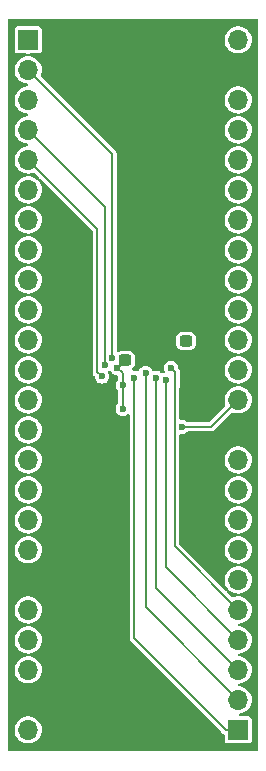
<source format=gbr>
%TF.GenerationSoftware,KiCad,Pcbnew,8.0.7*%
%TF.CreationDate,2025-02-16T23:10:18-06:00*%
%TF.ProjectId,MCU,4d43552e-6b69-4636-9164-5f7063625858,rev?*%
%TF.SameCoordinates,Original*%
%TF.FileFunction,Copper,L2,Bot*%
%TF.FilePolarity,Positive*%
%FSLAX46Y46*%
G04 Gerber Fmt 4.6, Leading zero omitted, Abs format (unit mm)*
G04 Created by KiCad (PCBNEW 8.0.7) date 2025-02-16 23:10:18*
%MOMM*%
%LPD*%
G01*
G04 APERTURE LIST*
G04 Aperture macros list*
%AMRoundRect*
0 Rectangle with rounded corners*
0 $1 Rounding radius*
0 $2 $3 $4 $5 $6 $7 $8 $9 X,Y pos of 4 corners*
0 Add a 4 corners polygon primitive as box body*
4,1,4,$2,$3,$4,$5,$6,$7,$8,$9,$2,$3,0*
0 Add four circle primitives for the rounded corners*
1,1,$1+$1,$2,$3*
1,1,$1+$1,$4,$5*
1,1,$1+$1,$6,$7*
1,1,$1+$1,$8,$9*
0 Add four rect primitives between the rounded corners*
20,1,$1+$1,$2,$3,$4,$5,0*
20,1,$1+$1,$4,$5,$6,$7,0*
20,1,$1+$1,$6,$7,$8,$9,0*
20,1,$1+$1,$8,$9,$2,$3,0*%
G04 Aperture macros list end*
%TA.AperFunction,SMDPad,CuDef*%
%ADD10RoundRect,0.237500X0.300000X0.237500X-0.300000X0.237500X-0.300000X-0.237500X0.300000X-0.237500X0*%
%TD*%
%TA.AperFunction,SMDPad,CuDef*%
%ADD11RoundRect,0.237500X-0.300000X-0.237500X0.300000X-0.237500X0.300000X0.237500X-0.300000X0.237500X0*%
%TD*%
%TA.AperFunction,ComponentPad*%
%ADD12R,1.700000X1.700000*%
%TD*%
%TA.AperFunction,ComponentPad*%
%ADD13O,1.700000X1.700000*%
%TD*%
%TA.AperFunction,ViaPad*%
%ADD14C,0.600000*%
%TD*%
%TA.AperFunction,Conductor*%
%ADD15C,0.200000*%
%TD*%
G04 APERTURE END LIST*
D10*
%TO.P,C2,1*%
%TO.N,VDD*%
X143362500Y-75500000D03*
%TO.P,C2,2*%
%TO.N,GND*%
X141637500Y-75500000D03*
%TD*%
D11*
%TO.P,C1,1*%
%TO.N,VDD*%
X138182445Y-77122811D03*
%TO.P,C1,2*%
%TO.N,GND*%
X139907445Y-77122811D03*
%TD*%
D12*
%TO.P,J2,1,Pin_1*%
%TO.N,/25*%
X147780000Y-108420000D03*
D13*
%TO.P,J2,2,Pin_2*%
%TO.N,/26*%
X147780000Y-105880000D03*
%TO.P,J2,3,Pin_3*%
%TO.N,/27*%
X147780000Y-103340000D03*
%TO.P,J2,4,Pin_4*%
%TO.N,/28*%
X147780000Y-100800000D03*
%TO.P,J2,5,Pin_5*%
%TO.N,/29*%
X147780000Y-98260000D03*
%TO.P,J2,6,Pin_6*%
%TO.N,/30*%
X147780000Y-95720000D03*
%TO.P,J2,7,Pin_7*%
%TO.N,/31*%
X147780000Y-93180000D03*
%TO.P,J2,8,Pin_8*%
%TO.N,/32*%
X147780000Y-90640000D03*
%TO.P,J2,9,Pin_9*%
%TO.N,/33*%
X147780000Y-88100000D03*
%TO.P,J2,10,Pin_10*%
%TO.N,/34*%
X147780000Y-85560000D03*
%TO.P,J2,11,Pin_11*%
%TO.N,GND*%
X147780000Y-83020000D03*
%TO.P,J2,12,Pin_12*%
%TO.N,VDD*%
X147780000Y-80480000D03*
%TO.P,J2,13,Pin_13*%
%TO.N,/37*%
X147780000Y-77940000D03*
%TO.P,J2,14,Pin_14*%
%TO.N,/38*%
X147780000Y-75400000D03*
%TO.P,J2,15,Pin_15*%
%TO.N,/39*%
X147780000Y-72860000D03*
%TO.P,J2,16,Pin_16*%
%TO.N,/40*%
X147780000Y-70320000D03*
%TO.P,J2,17,Pin_17*%
%TO.N,/41*%
X147780000Y-67780000D03*
%TO.P,J2,18,Pin_18*%
%TO.N,/42*%
X147780000Y-65240000D03*
%TO.P,J2,19,Pin_19*%
%TO.N,/43*%
X147780000Y-62700000D03*
%TO.P,J2,20,Pin_20*%
%TO.N,/44*%
X147780000Y-60160000D03*
%TO.P,J2,21,Pin_21*%
%TO.N,/45*%
X147780000Y-57620000D03*
%TO.P,J2,22,Pin_22*%
%TO.N,/46*%
X147780000Y-55080000D03*
%TO.P,J2,23,Pin_23*%
%TO.N,GND*%
X147780000Y-52540000D03*
%TO.P,J2,24,Pin_24*%
%TO.N,VDD*%
X147780000Y-50000000D03*
%TD*%
D12*
%TO.P,J1,1,Pin_1*%
%TO.N,VDD*%
X130000000Y-50000000D03*
D13*
%TO.P,J1,2,Pin_2*%
%TO.N,/2*%
X130000000Y-52540000D03*
%TO.P,J1,3,Pin_3*%
%TO.N,/3*%
X130000000Y-55080000D03*
%TO.P,J1,4,Pin_4*%
%TO.N,/4*%
X130000000Y-57620000D03*
%TO.P,J1,5,Pin_5*%
%TO.N,/5*%
X130000000Y-60160000D03*
%TO.P,J1,6,Pin_6*%
%TO.N,/6*%
X130000000Y-62700000D03*
%TO.P,J1,7,Pin_7*%
%TO.N,/7*%
X130000000Y-65240000D03*
%TO.P,J1,8,Pin_8*%
%TO.N,Net-(J1-Pin_8)*%
X130000000Y-67780000D03*
%TO.P,J1,9,Pin_9*%
%TO.N,Net-(J1-Pin_9)*%
X130000000Y-70320000D03*
%TO.P,J1,10,Pin_10*%
%TO.N,Net-(J1-Pin_10)*%
X130000000Y-72860000D03*
%TO.P,J1,11,Pin_11*%
%TO.N,Net-(J1-Pin_11)*%
X130000000Y-75400000D03*
%TO.P,J1,12,Pin_12*%
%TO.N,Net-(J1-Pin_12)*%
X130000000Y-77940000D03*
%TO.P,J1,13,Pin_13*%
%TO.N,Net-(J1-Pin_13)*%
X130000000Y-80480000D03*
%TO.P,J1,14,Pin_14*%
%TO.N,Net-(J1-Pin_14)*%
X130000000Y-83020000D03*
%TO.P,J1,15,Pin_15*%
%TO.N,Net-(J1-Pin_15)*%
X130000000Y-85560000D03*
%TO.P,J1,16,Pin_16*%
%TO.N,/16*%
X130000000Y-88100000D03*
%TO.P,J1,17,Pin_17*%
%TO.N,/17*%
X130000000Y-90640000D03*
%TO.P,J1,18,Pin_18*%
%TO.N,/18*%
X130000000Y-93180000D03*
%TO.P,J1,19,Pin_19*%
%TO.N,GND*%
X130000000Y-95720000D03*
%TO.P,J1,20,Pin_20*%
%TO.N,/20*%
X130000000Y-98260000D03*
%TO.P,J1,21,Pin_21*%
%TO.N,VDD*%
X130000000Y-100800000D03*
%TO.P,J1,22,Pin_22*%
%TO.N,/22*%
X130000000Y-103340000D03*
%TO.P,J1,23,Pin_23*%
%TO.N,GND*%
X130000000Y-105880000D03*
%TO.P,J1,24,Pin_24*%
%TO.N,VDD*%
X130000000Y-108420000D03*
%TD*%
D14*
%TO.N,GND*%
X139750000Y-77250000D03*
%TO.N,VDD*%
X143362500Y-75500000D03*
X137500000Y-77750000D03*
X138000000Y-81250000D03*
X138000000Y-79250000D03*
X143000000Y-82750000D03*
%TO.N,GND*%
X139000000Y-55500000D03*
X141750000Y-49750000D03*
X137000000Y-49750000D03*
X139500000Y-75750000D03*
X141626632Y-75558428D03*
X137250000Y-80750000D03*
X135500000Y-108750000D03*
X141750000Y-108750000D03*
X143750000Y-89250000D03*
X143750000Y-84250000D03*
%TO.N,/2*%
X137100000Y-76943617D03*
%TO.N,/4*%
X136500000Y-77500000D03*
%TO.N,/5*%
X136250000Y-78500000D03*
%TO.N,/25*%
X138992435Y-78600000D03*
%TO.N,/26*%
X139946700Y-78211774D03*
%TO.N,/27*%
X140853519Y-78609714D03*
%TO.N,/28*%
X141637500Y-78798406D03*
%TO.N,/29*%
X142087501Y-77784816D03*
%TD*%
D15*
%TO.N,/26*%
X139946700Y-98046700D02*
X139946700Y-78211774D01*
X147780000Y-105880000D02*
X139946700Y-98046700D01*
%TO.N,GND*%
X139862500Y-77250000D02*
X139750000Y-77250000D01*
%TO.N,VDD*%
X137500000Y-77750000D02*
X137637500Y-77750000D01*
X137637500Y-77750000D02*
X138137500Y-77250000D01*
%TO.N,/2*%
X137100000Y-59640000D02*
X137100000Y-76943617D01*
%TO.N,VDD*%
X138000000Y-78250000D02*
X137500000Y-77750000D01*
%TO.N,/2*%
X130000000Y-52540000D02*
X137100000Y-59640000D01*
%TO.N,VDD*%
X138000000Y-79250000D02*
X138000000Y-78250000D01*
%TO.N,/27*%
X147780000Y-103340000D02*
X140853519Y-96413519D01*
%TO.N,/25*%
X146730000Y-108420000D02*
X138992435Y-100682435D01*
X147780000Y-108420000D02*
X146730000Y-108420000D01*
%TO.N,/27*%
X140853519Y-96413519D02*
X140853519Y-78609714D01*
%TO.N,/28*%
X147780000Y-100800000D02*
X141637500Y-94657500D01*
%TO.N,/29*%
X142452824Y-79245647D02*
X142400000Y-79298471D01*
X142087501Y-77784816D02*
X142452824Y-78150139D01*
%TO.N,/28*%
X141637500Y-94657500D02*
X141637500Y-78798406D01*
%TO.N,/29*%
X142452824Y-78150139D02*
X142452824Y-79245647D01*
X142400000Y-79298471D02*
X142400000Y-92880000D01*
X142400000Y-92880000D02*
X147780000Y-98260000D01*
%TO.N,/25*%
X138992435Y-100682435D02*
X138992435Y-78600000D01*
%TO.N,VDD*%
X138000000Y-79250000D02*
X138000000Y-81250000D01*
X147780000Y-80480000D02*
X145510000Y-82750000D01*
X145510000Y-82750000D02*
X143000000Y-82750000D01*
%TO.N,/5*%
X135850000Y-66010000D02*
X130000000Y-60160000D01*
X135850000Y-78100000D02*
X135850000Y-66010000D01*
X136250000Y-78500000D02*
X135850000Y-78100000D01*
%TO.N,/4*%
X136500000Y-77500000D02*
X136500000Y-64120000D01*
X136500000Y-64120000D02*
X130000000Y-57620000D01*
%TD*%
%TA.AperFunction,Conductor*%
%TO.N,GND*%
G36*
X149442539Y-48270185D02*
G01*
X149488294Y-48322989D01*
X149499500Y-48374500D01*
X149499500Y-110125500D01*
X149479815Y-110192539D01*
X149427011Y-110238294D01*
X149375500Y-110249500D01*
X128374500Y-110249500D01*
X128307461Y-110229815D01*
X128261706Y-110177011D01*
X128250500Y-110125500D01*
X128250500Y-108419999D01*
X128844571Y-108419999D01*
X128844571Y-108420000D01*
X128864244Y-108632310D01*
X128922596Y-108837392D01*
X128922596Y-108837394D01*
X129017632Y-109028253D01*
X129017634Y-109028255D01*
X129146128Y-109198407D01*
X129303698Y-109342052D01*
X129484981Y-109454298D01*
X129683802Y-109531321D01*
X129893390Y-109570500D01*
X129893392Y-109570500D01*
X130106608Y-109570500D01*
X130106610Y-109570500D01*
X130316198Y-109531321D01*
X130515019Y-109454298D01*
X130696302Y-109342052D01*
X130853872Y-109198407D01*
X130982366Y-109028255D01*
X131077405Y-108837389D01*
X131135756Y-108632310D01*
X131155429Y-108420000D01*
X131135756Y-108207690D01*
X131077405Y-108002611D01*
X131077403Y-108002606D01*
X131077403Y-108002605D01*
X130982367Y-107811746D01*
X130853872Y-107641593D01*
X130782110Y-107576173D01*
X130696302Y-107497948D01*
X130515019Y-107385702D01*
X130515017Y-107385701D01*
X130415608Y-107347190D01*
X130316198Y-107308679D01*
X130106610Y-107269500D01*
X129893390Y-107269500D01*
X129683802Y-107308679D01*
X129683799Y-107308679D01*
X129683799Y-107308680D01*
X129484982Y-107385701D01*
X129484980Y-107385702D01*
X129303699Y-107497947D01*
X129146127Y-107641593D01*
X129017632Y-107811746D01*
X128922596Y-108002605D01*
X128922596Y-108002607D01*
X128864244Y-108207689D01*
X128844571Y-108419999D01*
X128250500Y-108419999D01*
X128250500Y-98259999D01*
X128844571Y-98259999D01*
X128844571Y-98260000D01*
X128864244Y-98472310D01*
X128922596Y-98677392D01*
X128922596Y-98677394D01*
X129017632Y-98868253D01*
X129017634Y-98868255D01*
X129146128Y-99038407D01*
X129303698Y-99182052D01*
X129484981Y-99294298D01*
X129683802Y-99371321D01*
X129880613Y-99408111D01*
X129942893Y-99439779D01*
X129978166Y-99500092D01*
X129975232Y-99569900D01*
X129935023Y-99627040D01*
X129880613Y-99651888D01*
X129683802Y-99688679D01*
X129683799Y-99688679D01*
X129683799Y-99688680D01*
X129484982Y-99765701D01*
X129484980Y-99765702D01*
X129303699Y-99877947D01*
X129146127Y-100021593D01*
X129017632Y-100191746D01*
X128922596Y-100382605D01*
X128922596Y-100382607D01*
X128864244Y-100587689D01*
X128844571Y-100799999D01*
X128844571Y-100800000D01*
X128864244Y-101012310D01*
X128922596Y-101217392D01*
X128922596Y-101217394D01*
X129017632Y-101408253D01*
X129017634Y-101408255D01*
X129146128Y-101578407D01*
X129303698Y-101722052D01*
X129484981Y-101834298D01*
X129683802Y-101911321D01*
X129880613Y-101948111D01*
X129942893Y-101979779D01*
X129978166Y-102040092D01*
X129975232Y-102109900D01*
X129935023Y-102167040D01*
X129880613Y-102191888D01*
X129683802Y-102228679D01*
X129683799Y-102228679D01*
X129683799Y-102228680D01*
X129484982Y-102305701D01*
X129484980Y-102305702D01*
X129303699Y-102417947D01*
X129146127Y-102561593D01*
X129017632Y-102731746D01*
X128922596Y-102922605D01*
X128922596Y-102922607D01*
X128864244Y-103127689D01*
X128844571Y-103339999D01*
X128844571Y-103340000D01*
X128864244Y-103552310D01*
X128922596Y-103757392D01*
X128922596Y-103757394D01*
X129017632Y-103948253D01*
X129017634Y-103948255D01*
X129146128Y-104118407D01*
X129303698Y-104262052D01*
X129484981Y-104374298D01*
X129683802Y-104451321D01*
X129893390Y-104490500D01*
X129893392Y-104490500D01*
X130106608Y-104490500D01*
X130106610Y-104490500D01*
X130316198Y-104451321D01*
X130515019Y-104374298D01*
X130696302Y-104262052D01*
X130853872Y-104118407D01*
X130982366Y-103948255D01*
X131077405Y-103757389D01*
X131135756Y-103552310D01*
X131155429Y-103340000D01*
X131135756Y-103127690D01*
X131077405Y-102922611D01*
X131077403Y-102922606D01*
X131077403Y-102922605D01*
X130982367Y-102731746D01*
X130853872Y-102561593D01*
X130696302Y-102417948D01*
X130515019Y-102305702D01*
X130515017Y-102305701D01*
X130336412Y-102236510D01*
X130316198Y-102228679D01*
X130119385Y-102191888D01*
X130057106Y-102160221D01*
X130021833Y-102099908D01*
X130024767Y-102030100D01*
X130064976Y-101972960D01*
X130119384Y-101948111D01*
X130316198Y-101911321D01*
X130515019Y-101834298D01*
X130696302Y-101722052D01*
X130853872Y-101578407D01*
X130982366Y-101408255D01*
X131077405Y-101217389D01*
X131135756Y-101012310D01*
X131155429Y-100800000D01*
X131135756Y-100587690D01*
X131077405Y-100382611D01*
X131077403Y-100382606D01*
X131077403Y-100382605D01*
X130982367Y-100191746D01*
X130853872Y-100021593D01*
X130696302Y-99877948D01*
X130515019Y-99765702D01*
X130515017Y-99765701D01*
X130336412Y-99696510D01*
X130316198Y-99688679D01*
X130119385Y-99651888D01*
X130057106Y-99620221D01*
X130021833Y-99559908D01*
X130024767Y-99490100D01*
X130064976Y-99432960D01*
X130119384Y-99408111D01*
X130316198Y-99371321D01*
X130515019Y-99294298D01*
X130696302Y-99182052D01*
X130853872Y-99038407D01*
X130982366Y-98868255D01*
X131077405Y-98677389D01*
X131135756Y-98472310D01*
X131155429Y-98260000D01*
X131135756Y-98047690D01*
X131077405Y-97842611D01*
X131077403Y-97842606D01*
X131077403Y-97842605D01*
X130982367Y-97651746D01*
X130853872Y-97481593D01*
X130696302Y-97337948D01*
X130515019Y-97225702D01*
X130515017Y-97225701D01*
X130336412Y-97156510D01*
X130316198Y-97148679D01*
X130106610Y-97109500D01*
X129893390Y-97109500D01*
X129683802Y-97148679D01*
X129683799Y-97148679D01*
X129683799Y-97148680D01*
X129484982Y-97225701D01*
X129484980Y-97225702D01*
X129303699Y-97337947D01*
X129146127Y-97481593D01*
X129017632Y-97651746D01*
X128922596Y-97842605D01*
X128922596Y-97842607D01*
X128864244Y-98047689D01*
X128844571Y-98259999D01*
X128250500Y-98259999D01*
X128250500Y-52539999D01*
X128844571Y-52539999D01*
X128844571Y-52540000D01*
X128864244Y-52752310D01*
X128922596Y-52957392D01*
X128922596Y-52957394D01*
X129017632Y-53148253D01*
X129017634Y-53148255D01*
X129146128Y-53318407D01*
X129303698Y-53462052D01*
X129484981Y-53574298D01*
X129683802Y-53651321D01*
X129880613Y-53688111D01*
X129942893Y-53719779D01*
X129978166Y-53780092D01*
X129975232Y-53849900D01*
X129935023Y-53907040D01*
X129880613Y-53931888D01*
X129683802Y-53968679D01*
X129683799Y-53968679D01*
X129683799Y-53968680D01*
X129484982Y-54045701D01*
X129484980Y-54045702D01*
X129303699Y-54157947D01*
X129146127Y-54301593D01*
X129017632Y-54471746D01*
X128922596Y-54662605D01*
X128922596Y-54662607D01*
X128864244Y-54867689D01*
X128844571Y-55079999D01*
X128844571Y-55080000D01*
X128864244Y-55292310D01*
X128922596Y-55497392D01*
X128922596Y-55497394D01*
X129017632Y-55688253D01*
X129017634Y-55688255D01*
X129146128Y-55858407D01*
X129303698Y-56002052D01*
X129484981Y-56114298D01*
X129683802Y-56191321D01*
X129880613Y-56228111D01*
X129942893Y-56259779D01*
X129978166Y-56320092D01*
X129975232Y-56389900D01*
X129935023Y-56447040D01*
X129880613Y-56471888D01*
X129683802Y-56508679D01*
X129683799Y-56508679D01*
X129683799Y-56508680D01*
X129484982Y-56585701D01*
X129484980Y-56585702D01*
X129303699Y-56697947D01*
X129146127Y-56841593D01*
X129017632Y-57011746D01*
X128922596Y-57202605D01*
X128922596Y-57202607D01*
X128864244Y-57407689D01*
X128844571Y-57619999D01*
X128844571Y-57620000D01*
X128864244Y-57832310D01*
X128922596Y-58037392D01*
X128922596Y-58037394D01*
X129017632Y-58228253D01*
X129017634Y-58228255D01*
X129146128Y-58398407D01*
X129303698Y-58542052D01*
X129484981Y-58654298D01*
X129683802Y-58731321D01*
X129880613Y-58768111D01*
X129942893Y-58799779D01*
X129978166Y-58860092D01*
X129975232Y-58929900D01*
X129935023Y-58987040D01*
X129880613Y-59011888D01*
X129683802Y-59048679D01*
X129683799Y-59048679D01*
X129683799Y-59048680D01*
X129484982Y-59125701D01*
X129484980Y-59125702D01*
X129303699Y-59237947D01*
X129146127Y-59381593D01*
X129017632Y-59551746D01*
X128922596Y-59742605D01*
X128922596Y-59742607D01*
X128864244Y-59947689D01*
X128844571Y-60159999D01*
X128844571Y-60160000D01*
X128864244Y-60372310D01*
X128922596Y-60577392D01*
X128922596Y-60577394D01*
X129017632Y-60768253D01*
X129017634Y-60768255D01*
X129146128Y-60938407D01*
X129303698Y-61082052D01*
X129484981Y-61194298D01*
X129683802Y-61271321D01*
X129880613Y-61308111D01*
X129942893Y-61339779D01*
X129978166Y-61400092D01*
X129975232Y-61469900D01*
X129935023Y-61527040D01*
X129880613Y-61551888D01*
X129683802Y-61588679D01*
X129683799Y-61588679D01*
X129683799Y-61588680D01*
X129484982Y-61665701D01*
X129484980Y-61665702D01*
X129303699Y-61777947D01*
X129146127Y-61921593D01*
X129017632Y-62091746D01*
X128922596Y-62282605D01*
X128922596Y-62282607D01*
X128864244Y-62487689D01*
X128844571Y-62699999D01*
X128844571Y-62700000D01*
X128864244Y-62912310D01*
X128922596Y-63117392D01*
X128922596Y-63117394D01*
X129017632Y-63308253D01*
X129017634Y-63308255D01*
X129146128Y-63478407D01*
X129303698Y-63622052D01*
X129484981Y-63734298D01*
X129683802Y-63811321D01*
X129880613Y-63848111D01*
X129942893Y-63879779D01*
X129978166Y-63940092D01*
X129975232Y-64009900D01*
X129935023Y-64067040D01*
X129880613Y-64091888D01*
X129683802Y-64128679D01*
X129683799Y-64128679D01*
X129683799Y-64128680D01*
X129484982Y-64205701D01*
X129484980Y-64205702D01*
X129303699Y-64317947D01*
X129146127Y-64461593D01*
X129017632Y-64631746D01*
X128922596Y-64822605D01*
X128922596Y-64822607D01*
X128864244Y-65027689D01*
X128844571Y-65239999D01*
X128844571Y-65240000D01*
X128864244Y-65452310D01*
X128922596Y-65657392D01*
X128922596Y-65657394D01*
X129017632Y-65848253D01*
X129017634Y-65848255D01*
X129146128Y-66018407D01*
X129303698Y-66162052D01*
X129484981Y-66274298D01*
X129683802Y-66351321D01*
X129880613Y-66388111D01*
X129942893Y-66419779D01*
X129978166Y-66480092D01*
X129975232Y-66549900D01*
X129935023Y-66607040D01*
X129880613Y-66631888D01*
X129683802Y-66668679D01*
X129683799Y-66668679D01*
X129683799Y-66668680D01*
X129484982Y-66745701D01*
X129484980Y-66745702D01*
X129303699Y-66857947D01*
X129146127Y-67001593D01*
X129017632Y-67171746D01*
X128922596Y-67362605D01*
X128922596Y-67362607D01*
X128864244Y-67567689D01*
X128844571Y-67779999D01*
X128844571Y-67780000D01*
X128864244Y-67992310D01*
X128922596Y-68197392D01*
X128922596Y-68197394D01*
X129017632Y-68388253D01*
X129017634Y-68388255D01*
X129146128Y-68558407D01*
X129303698Y-68702052D01*
X129484981Y-68814298D01*
X129683802Y-68891321D01*
X129880613Y-68928111D01*
X129942893Y-68959779D01*
X129978166Y-69020092D01*
X129975232Y-69089900D01*
X129935023Y-69147040D01*
X129880613Y-69171888D01*
X129683802Y-69208679D01*
X129683799Y-69208679D01*
X129683799Y-69208680D01*
X129484982Y-69285701D01*
X129484980Y-69285702D01*
X129303699Y-69397947D01*
X129146127Y-69541593D01*
X129017632Y-69711746D01*
X128922596Y-69902605D01*
X128922596Y-69902607D01*
X128864244Y-70107689D01*
X128844571Y-70319999D01*
X128844571Y-70320000D01*
X128864244Y-70532310D01*
X128922596Y-70737392D01*
X128922596Y-70737394D01*
X129017632Y-70928253D01*
X129017634Y-70928255D01*
X129146128Y-71098407D01*
X129303698Y-71242052D01*
X129484981Y-71354298D01*
X129683802Y-71431321D01*
X129880613Y-71468111D01*
X129942893Y-71499779D01*
X129978166Y-71560092D01*
X129975232Y-71629900D01*
X129935023Y-71687040D01*
X129880613Y-71711888D01*
X129683802Y-71748679D01*
X129683799Y-71748679D01*
X129683799Y-71748680D01*
X129484982Y-71825701D01*
X129484980Y-71825702D01*
X129303699Y-71937947D01*
X129146127Y-72081593D01*
X129017632Y-72251746D01*
X128922596Y-72442605D01*
X128922596Y-72442607D01*
X128864244Y-72647689D01*
X128844571Y-72859999D01*
X128844571Y-72860000D01*
X128864244Y-73072310D01*
X128922596Y-73277392D01*
X128922596Y-73277394D01*
X129017632Y-73468253D01*
X129017634Y-73468255D01*
X129146128Y-73638407D01*
X129303698Y-73782052D01*
X129484981Y-73894298D01*
X129683802Y-73971321D01*
X129880613Y-74008111D01*
X129942893Y-74039779D01*
X129978166Y-74100092D01*
X129975232Y-74169900D01*
X129935023Y-74227040D01*
X129880613Y-74251888D01*
X129683802Y-74288679D01*
X129683799Y-74288679D01*
X129683799Y-74288680D01*
X129484982Y-74365701D01*
X129484980Y-74365702D01*
X129303699Y-74477947D01*
X129146127Y-74621593D01*
X129017632Y-74791746D01*
X128922596Y-74982605D01*
X128922596Y-74982607D01*
X128864244Y-75187689D01*
X128844571Y-75399999D01*
X128844571Y-75400000D01*
X128864244Y-75612310D01*
X128922596Y-75817392D01*
X128922596Y-75817394D01*
X129017632Y-76008253D01*
X129017634Y-76008255D01*
X129146128Y-76178407D01*
X129303698Y-76322052D01*
X129484981Y-76434298D01*
X129683802Y-76511321D01*
X129880613Y-76548111D01*
X129942893Y-76579779D01*
X129978166Y-76640092D01*
X129975232Y-76709900D01*
X129935023Y-76767040D01*
X129880613Y-76791888D01*
X129683802Y-76828679D01*
X129683799Y-76828679D01*
X129683799Y-76828680D01*
X129484982Y-76905701D01*
X129484980Y-76905702D01*
X129303699Y-77017947D01*
X129146127Y-77161593D01*
X129017632Y-77331746D01*
X128922596Y-77522605D01*
X128922596Y-77522607D01*
X128864244Y-77727689D01*
X128854796Y-77829657D01*
X128844571Y-77940000D01*
X128864244Y-78152310D01*
X128919329Y-78345912D01*
X128922596Y-78357392D01*
X128922596Y-78357394D01*
X129017632Y-78548253D01*
X129146127Y-78718406D01*
X129146128Y-78718407D01*
X129303698Y-78862052D01*
X129484981Y-78974298D01*
X129683802Y-79051321D01*
X129880613Y-79088111D01*
X129942893Y-79119779D01*
X129978166Y-79180092D01*
X129975232Y-79249900D01*
X129935023Y-79307040D01*
X129880613Y-79331888D01*
X129683802Y-79368679D01*
X129683799Y-79368679D01*
X129683799Y-79368680D01*
X129484982Y-79445701D01*
X129484980Y-79445702D01*
X129303699Y-79557947D01*
X129146127Y-79701593D01*
X129017632Y-79871746D01*
X128922596Y-80062605D01*
X128922596Y-80062607D01*
X128864244Y-80267689D01*
X128844571Y-80479999D01*
X128844571Y-80480000D01*
X128864244Y-80692310D01*
X128922596Y-80897392D01*
X128922596Y-80897394D01*
X129017632Y-81088253D01*
X129060924Y-81145580D01*
X129146128Y-81258407D01*
X129303698Y-81402052D01*
X129484981Y-81514298D01*
X129683802Y-81591321D01*
X129880613Y-81628111D01*
X129942893Y-81659779D01*
X129978166Y-81720092D01*
X129975232Y-81789900D01*
X129935023Y-81847040D01*
X129880613Y-81871888D01*
X129683802Y-81908679D01*
X129683799Y-81908679D01*
X129683799Y-81908680D01*
X129484982Y-81985701D01*
X129484980Y-81985702D01*
X129303699Y-82097947D01*
X129146127Y-82241593D01*
X129017632Y-82411746D01*
X128922596Y-82602605D01*
X128922596Y-82602607D01*
X128864244Y-82807689D01*
X128844571Y-83019999D01*
X128844571Y-83020000D01*
X128864244Y-83232310D01*
X128922596Y-83437392D01*
X128922596Y-83437394D01*
X129017632Y-83628253D01*
X129017634Y-83628255D01*
X129146128Y-83798407D01*
X129303698Y-83942052D01*
X129484981Y-84054298D01*
X129683802Y-84131321D01*
X129880613Y-84168111D01*
X129942893Y-84199779D01*
X129978166Y-84260092D01*
X129975232Y-84329900D01*
X129935023Y-84387040D01*
X129880613Y-84411888D01*
X129683802Y-84448679D01*
X129683799Y-84448679D01*
X129683799Y-84448680D01*
X129484982Y-84525701D01*
X129484980Y-84525702D01*
X129303699Y-84637947D01*
X129146127Y-84781593D01*
X129017632Y-84951746D01*
X128922596Y-85142605D01*
X128922596Y-85142607D01*
X128864244Y-85347689D01*
X128844571Y-85559999D01*
X128844571Y-85560000D01*
X128864244Y-85772310D01*
X128922596Y-85977392D01*
X128922596Y-85977394D01*
X129017632Y-86168253D01*
X129017634Y-86168255D01*
X129146128Y-86338407D01*
X129303698Y-86482052D01*
X129484981Y-86594298D01*
X129683802Y-86671321D01*
X129880613Y-86708111D01*
X129942893Y-86739779D01*
X129978166Y-86800092D01*
X129975232Y-86869900D01*
X129935023Y-86927040D01*
X129880613Y-86951888D01*
X129683802Y-86988679D01*
X129683799Y-86988679D01*
X129683799Y-86988680D01*
X129484982Y-87065701D01*
X129484980Y-87065702D01*
X129303699Y-87177947D01*
X129146127Y-87321593D01*
X129017632Y-87491746D01*
X128922596Y-87682605D01*
X128922596Y-87682607D01*
X128864244Y-87887689D01*
X128844571Y-88099999D01*
X128844571Y-88100000D01*
X128864244Y-88312310D01*
X128922596Y-88517392D01*
X128922596Y-88517394D01*
X129017632Y-88708253D01*
X129017634Y-88708255D01*
X129146128Y-88878407D01*
X129303698Y-89022052D01*
X129484981Y-89134298D01*
X129683802Y-89211321D01*
X129880613Y-89248111D01*
X129942893Y-89279779D01*
X129978166Y-89340092D01*
X129975232Y-89409900D01*
X129935023Y-89467040D01*
X129880613Y-89491888D01*
X129683802Y-89528679D01*
X129683799Y-89528679D01*
X129683799Y-89528680D01*
X129484982Y-89605701D01*
X129484980Y-89605702D01*
X129303699Y-89717947D01*
X129146127Y-89861593D01*
X129017632Y-90031746D01*
X128922596Y-90222605D01*
X128922596Y-90222607D01*
X128864244Y-90427689D01*
X128844571Y-90639999D01*
X128844571Y-90640000D01*
X128864244Y-90852310D01*
X128922596Y-91057392D01*
X128922596Y-91057394D01*
X129017632Y-91248253D01*
X129017634Y-91248255D01*
X129146128Y-91418407D01*
X129303698Y-91562052D01*
X129484981Y-91674298D01*
X129683802Y-91751321D01*
X129880613Y-91788111D01*
X129942893Y-91819779D01*
X129978166Y-91880092D01*
X129975232Y-91949900D01*
X129935023Y-92007040D01*
X129880613Y-92031888D01*
X129683802Y-92068679D01*
X129683799Y-92068679D01*
X129683799Y-92068680D01*
X129484982Y-92145701D01*
X129484980Y-92145702D01*
X129303699Y-92257947D01*
X129146127Y-92401593D01*
X129017632Y-92571746D01*
X128922596Y-92762605D01*
X128922596Y-92762607D01*
X128864244Y-92967689D01*
X128844571Y-93179999D01*
X128844571Y-93180000D01*
X128864244Y-93392310D01*
X128922596Y-93597392D01*
X128922596Y-93597394D01*
X129017632Y-93788253D01*
X129017634Y-93788255D01*
X129146128Y-93958407D01*
X129303698Y-94102052D01*
X129484981Y-94214298D01*
X129683802Y-94291321D01*
X129893390Y-94330500D01*
X129893392Y-94330500D01*
X130106608Y-94330500D01*
X130106610Y-94330500D01*
X130316198Y-94291321D01*
X130515019Y-94214298D01*
X130696302Y-94102052D01*
X130853872Y-93958407D01*
X130982366Y-93788255D01*
X131077405Y-93597389D01*
X131135756Y-93392310D01*
X131155429Y-93180000D01*
X131135756Y-92967690D01*
X131077405Y-92762611D01*
X131077403Y-92762606D01*
X131077403Y-92762605D01*
X130982367Y-92571746D01*
X130853872Y-92401593D01*
X130696302Y-92257948D01*
X130515019Y-92145702D01*
X130515017Y-92145701D01*
X130415608Y-92107190D01*
X130316198Y-92068679D01*
X130119385Y-92031888D01*
X130057106Y-92000221D01*
X130021833Y-91939908D01*
X130024767Y-91870100D01*
X130064976Y-91812960D01*
X130119384Y-91788111D01*
X130316198Y-91751321D01*
X130515019Y-91674298D01*
X130696302Y-91562052D01*
X130853872Y-91418407D01*
X130982366Y-91248255D01*
X131077405Y-91057389D01*
X131135756Y-90852310D01*
X131155429Y-90640000D01*
X131135756Y-90427690D01*
X131077405Y-90222611D01*
X131077403Y-90222606D01*
X131077403Y-90222605D01*
X130982367Y-90031746D01*
X130853872Y-89861593D01*
X130696302Y-89717948D01*
X130515019Y-89605702D01*
X130515017Y-89605701D01*
X130415608Y-89567190D01*
X130316198Y-89528679D01*
X130119385Y-89491888D01*
X130057106Y-89460221D01*
X130021833Y-89399908D01*
X130024767Y-89330100D01*
X130064976Y-89272960D01*
X130119384Y-89248111D01*
X130316198Y-89211321D01*
X130515019Y-89134298D01*
X130696302Y-89022052D01*
X130853872Y-88878407D01*
X130982366Y-88708255D01*
X131077405Y-88517389D01*
X131135756Y-88312310D01*
X131155429Y-88100000D01*
X131135756Y-87887690D01*
X131077405Y-87682611D01*
X131077403Y-87682606D01*
X131077403Y-87682605D01*
X130982367Y-87491746D01*
X130853872Y-87321593D01*
X130696302Y-87177948D01*
X130515019Y-87065702D01*
X130515017Y-87065701D01*
X130415608Y-87027190D01*
X130316198Y-86988679D01*
X130119385Y-86951888D01*
X130057106Y-86920221D01*
X130021833Y-86859908D01*
X130024767Y-86790100D01*
X130064976Y-86732960D01*
X130119384Y-86708111D01*
X130316198Y-86671321D01*
X130515019Y-86594298D01*
X130696302Y-86482052D01*
X130853872Y-86338407D01*
X130982366Y-86168255D01*
X131077405Y-85977389D01*
X131135756Y-85772310D01*
X131155429Y-85560000D01*
X131135756Y-85347690D01*
X131077405Y-85142611D01*
X131077403Y-85142606D01*
X131077403Y-85142605D01*
X130982367Y-84951746D01*
X130853872Y-84781593D01*
X130696302Y-84637948D01*
X130515019Y-84525702D01*
X130515017Y-84525701D01*
X130415608Y-84487190D01*
X130316198Y-84448679D01*
X130119385Y-84411888D01*
X130057106Y-84380221D01*
X130021833Y-84319908D01*
X130024767Y-84250100D01*
X130064976Y-84192960D01*
X130119384Y-84168111D01*
X130316198Y-84131321D01*
X130515019Y-84054298D01*
X130696302Y-83942052D01*
X130853872Y-83798407D01*
X130982366Y-83628255D01*
X130982367Y-83628253D01*
X131077403Y-83437394D01*
X131077403Y-83437393D01*
X131077405Y-83437389D01*
X131135756Y-83232310D01*
X131155429Y-83020000D01*
X131135756Y-82807690D01*
X131077405Y-82602611D01*
X131077403Y-82602606D01*
X131077403Y-82602605D01*
X130982367Y-82411746D01*
X130853872Y-82241593D01*
X130836178Y-82225463D01*
X130696302Y-82097948D01*
X130515019Y-81985702D01*
X130515017Y-81985701D01*
X130415608Y-81947190D01*
X130316198Y-81908679D01*
X130119385Y-81871888D01*
X130057106Y-81840221D01*
X130021833Y-81779908D01*
X130024767Y-81710100D01*
X130064976Y-81652960D01*
X130119384Y-81628111D01*
X130316198Y-81591321D01*
X130515019Y-81514298D01*
X130696302Y-81402052D01*
X130853872Y-81258407D01*
X130982366Y-81088255D01*
X131015456Y-81021800D01*
X131077403Y-80897394D01*
X131077403Y-80897393D01*
X131077405Y-80897389D01*
X131135756Y-80692310D01*
X131155429Y-80480000D01*
X131135756Y-80267690D01*
X131077405Y-80062611D01*
X131077403Y-80062606D01*
X131077403Y-80062605D01*
X130982367Y-79871746D01*
X130853872Y-79701593D01*
X130828301Y-79678282D01*
X130696302Y-79557948D01*
X130515019Y-79445702D01*
X130515017Y-79445701D01*
X130414497Y-79406760D01*
X130316198Y-79368679D01*
X130119385Y-79331888D01*
X130057106Y-79300221D01*
X130021833Y-79239908D01*
X130024767Y-79170100D01*
X130064976Y-79112960D01*
X130119384Y-79088111D01*
X130316198Y-79051321D01*
X130515019Y-78974298D01*
X130696302Y-78862052D01*
X130853872Y-78718407D01*
X130982366Y-78548255D01*
X130982367Y-78548253D01*
X131077403Y-78357394D01*
X131077403Y-78357393D01*
X131077405Y-78357389D01*
X131135756Y-78152310D01*
X131155429Y-77940000D01*
X131135756Y-77727690D01*
X131077405Y-77522611D01*
X131077403Y-77522606D01*
X131077403Y-77522605D01*
X130982367Y-77331746D01*
X130853872Y-77161593D01*
X130696302Y-77017948D01*
X130515019Y-76905702D01*
X130515017Y-76905701D01*
X130353663Y-76843193D01*
X130316198Y-76828679D01*
X130119385Y-76791888D01*
X130057106Y-76760221D01*
X130021833Y-76699908D01*
X130024767Y-76630100D01*
X130064976Y-76572960D01*
X130119384Y-76548111D01*
X130316198Y-76511321D01*
X130515019Y-76434298D01*
X130696302Y-76322052D01*
X130853872Y-76178407D01*
X130982366Y-76008255D01*
X131077405Y-75817389D01*
X131135756Y-75612310D01*
X131155429Y-75400000D01*
X131135756Y-75187690D01*
X131077405Y-74982611D01*
X131077403Y-74982606D01*
X131077403Y-74982605D01*
X130982367Y-74791746D01*
X130853872Y-74621593D01*
X130696302Y-74477948D01*
X130515019Y-74365702D01*
X130515017Y-74365701D01*
X130415608Y-74327190D01*
X130316198Y-74288679D01*
X130119385Y-74251888D01*
X130057106Y-74220221D01*
X130021833Y-74159908D01*
X130024767Y-74090100D01*
X130064976Y-74032960D01*
X130119384Y-74008111D01*
X130316198Y-73971321D01*
X130515019Y-73894298D01*
X130696302Y-73782052D01*
X130853872Y-73638407D01*
X130982366Y-73468255D01*
X131077405Y-73277389D01*
X131135756Y-73072310D01*
X131155429Y-72860000D01*
X131135756Y-72647690D01*
X131077405Y-72442611D01*
X131077403Y-72442606D01*
X131077403Y-72442605D01*
X130982367Y-72251746D01*
X130853872Y-72081593D01*
X130696302Y-71937948D01*
X130515019Y-71825702D01*
X130515017Y-71825701D01*
X130415608Y-71787190D01*
X130316198Y-71748679D01*
X130119385Y-71711888D01*
X130057106Y-71680221D01*
X130021833Y-71619908D01*
X130024767Y-71550100D01*
X130064976Y-71492960D01*
X130119384Y-71468111D01*
X130316198Y-71431321D01*
X130515019Y-71354298D01*
X130696302Y-71242052D01*
X130853872Y-71098407D01*
X130982366Y-70928255D01*
X131077405Y-70737389D01*
X131135756Y-70532310D01*
X131155429Y-70320000D01*
X131135756Y-70107690D01*
X131077405Y-69902611D01*
X131077403Y-69902606D01*
X131077403Y-69902605D01*
X130982367Y-69711746D01*
X130853872Y-69541593D01*
X130696302Y-69397948D01*
X130515019Y-69285702D01*
X130515017Y-69285701D01*
X130415608Y-69247190D01*
X130316198Y-69208679D01*
X130119385Y-69171888D01*
X130057106Y-69140221D01*
X130021833Y-69079908D01*
X130024767Y-69010100D01*
X130064976Y-68952960D01*
X130119384Y-68928111D01*
X130316198Y-68891321D01*
X130515019Y-68814298D01*
X130696302Y-68702052D01*
X130853872Y-68558407D01*
X130982366Y-68388255D01*
X131077405Y-68197389D01*
X131135756Y-67992310D01*
X131155429Y-67780000D01*
X131135756Y-67567690D01*
X131077405Y-67362611D01*
X131077403Y-67362606D01*
X131077403Y-67362605D01*
X130982367Y-67171746D01*
X130853872Y-67001593D01*
X130696302Y-66857948D01*
X130515019Y-66745702D01*
X130515017Y-66745701D01*
X130415608Y-66707190D01*
X130316198Y-66668679D01*
X130119385Y-66631888D01*
X130057106Y-66600221D01*
X130021833Y-66539908D01*
X130024767Y-66470100D01*
X130064976Y-66412960D01*
X130119384Y-66388111D01*
X130316198Y-66351321D01*
X130515019Y-66274298D01*
X130696302Y-66162052D01*
X130853872Y-66018407D01*
X130982366Y-65848255D01*
X131077405Y-65657389D01*
X131135756Y-65452310D01*
X131155429Y-65240000D01*
X131135756Y-65027690D01*
X131077405Y-64822611D01*
X131077403Y-64822606D01*
X131077403Y-64822605D01*
X130982367Y-64631746D01*
X130853872Y-64461593D01*
X130696302Y-64317948D01*
X130515019Y-64205702D01*
X130515017Y-64205701D01*
X130415608Y-64167190D01*
X130316198Y-64128679D01*
X130119385Y-64091888D01*
X130057106Y-64060221D01*
X130021833Y-63999908D01*
X130024767Y-63930100D01*
X130064976Y-63872960D01*
X130119384Y-63848111D01*
X130316198Y-63811321D01*
X130515019Y-63734298D01*
X130696302Y-63622052D01*
X130853872Y-63478407D01*
X130982366Y-63308255D01*
X131077405Y-63117389D01*
X131135756Y-62912310D01*
X131155429Y-62700000D01*
X131135756Y-62487690D01*
X131077405Y-62282611D01*
X131077403Y-62282606D01*
X131077403Y-62282605D01*
X130982367Y-62091746D01*
X130877668Y-61953104D01*
X130852976Y-61887743D01*
X130860659Y-61851695D01*
X130842045Y-61858638D01*
X130773772Y-61843786D01*
X130749661Y-61826591D01*
X130696303Y-61777949D01*
X130696302Y-61777948D01*
X130515019Y-61665702D01*
X130515017Y-61665701D01*
X130415608Y-61627190D01*
X130316198Y-61588679D01*
X130119385Y-61551888D01*
X130057106Y-61520221D01*
X130021833Y-61459908D01*
X130024767Y-61390100D01*
X130064976Y-61332960D01*
X130119384Y-61308111D01*
X130316198Y-61271321D01*
X130405720Y-61236639D01*
X130475342Y-61230778D01*
X130537082Y-61263488D01*
X130538193Y-61264586D01*
X130920880Y-61647273D01*
X130954365Y-61708596D01*
X130950524Y-61762297D01*
X130984948Y-61754657D01*
X131050514Y-61778798D01*
X131064303Y-61790696D01*
X135413181Y-66139574D01*
X135446666Y-66200897D01*
X135449500Y-66227255D01*
X135449500Y-78152726D01*
X135476793Y-78254589D01*
X135488310Y-78274536D01*
X135529520Y-78345913D01*
X135529522Y-78345915D01*
X135608597Y-78424990D01*
X135642082Y-78486313D01*
X135643855Y-78496485D01*
X135664956Y-78656761D01*
X135664956Y-78656762D01*
X135700850Y-78743419D01*
X135725464Y-78802841D01*
X135821718Y-78928282D01*
X135947159Y-79024536D01*
X136093238Y-79085044D01*
X136155478Y-79093238D01*
X136249999Y-79105682D01*
X136250000Y-79105682D01*
X136250001Y-79105682D01*
X136344514Y-79093239D01*
X136406762Y-79085044D01*
X136552841Y-79024536D01*
X136678282Y-78928282D01*
X136774536Y-78802841D01*
X136835044Y-78656762D01*
X136855682Y-78500000D01*
X136835044Y-78343238D01*
X136774536Y-78197159D01*
X136773301Y-78195019D01*
X136772807Y-78192983D01*
X136771426Y-78189649D01*
X136771945Y-78189433D01*
X136756826Y-78127119D01*
X136779677Y-78061092D01*
X136834597Y-78017900D01*
X136904150Y-78011256D01*
X136966253Y-78043271D01*
X136979061Y-78057529D01*
X137071718Y-78178282D01*
X137197159Y-78274536D01*
X137343238Y-78335044D01*
X137491686Y-78354587D01*
X137555582Y-78382853D01*
X137594053Y-78441178D01*
X137599500Y-78477526D01*
X137599500Y-78743419D01*
X137579815Y-78810458D01*
X137573876Y-78818905D01*
X137475464Y-78947157D01*
X137414956Y-79093237D01*
X137414955Y-79093239D01*
X137394318Y-79249998D01*
X137394318Y-79250001D01*
X137414955Y-79406760D01*
X137414956Y-79406762D01*
X137431085Y-79445702D01*
X137475464Y-79552841D01*
X137571718Y-79678282D01*
X137571720Y-79678283D01*
X137573876Y-79681093D01*
X137599070Y-79746263D01*
X137599500Y-79756580D01*
X137599500Y-80743419D01*
X137579815Y-80810458D01*
X137573876Y-80818905D01*
X137475464Y-80947157D01*
X137414956Y-81093237D01*
X137414955Y-81093239D01*
X137394318Y-81249998D01*
X137394318Y-81250001D01*
X137414955Y-81406760D01*
X137414956Y-81406762D01*
X137459498Y-81514297D01*
X137475464Y-81552841D01*
X137571718Y-81678282D01*
X137697159Y-81774536D01*
X137843238Y-81835044D01*
X137921619Y-81845363D01*
X137999999Y-81855682D01*
X138000000Y-81855682D01*
X138000001Y-81855682D01*
X138065643Y-81847040D01*
X138156762Y-81835044D01*
X138302841Y-81774536D01*
X138392448Y-81705777D01*
X138457617Y-81680583D01*
X138526062Y-81694621D01*
X138576052Y-81743435D01*
X138591935Y-81804153D01*
X138591935Y-100735161D01*
X138619228Y-100837024D01*
X138645591Y-100882685D01*
X138671955Y-100928348D01*
X146409519Y-108665912D01*
X146409520Y-108665913D01*
X146484087Y-108740480D01*
X146567500Y-108788638D01*
X146615716Y-108839205D01*
X146629500Y-108896025D01*
X146629500Y-109314856D01*
X146629502Y-109314882D01*
X146632413Y-109339987D01*
X146632415Y-109339991D01*
X146677793Y-109442764D01*
X146677794Y-109442765D01*
X146757235Y-109522206D01*
X146860009Y-109567585D01*
X146885135Y-109570500D01*
X148674864Y-109570499D01*
X148674879Y-109570497D01*
X148674882Y-109570497D01*
X148699987Y-109567586D01*
X148699988Y-109567585D01*
X148699991Y-109567585D01*
X148802765Y-109522206D01*
X148882206Y-109442765D01*
X148927585Y-109339991D01*
X148930500Y-109314865D01*
X148930499Y-107525136D01*
X148928575Y-107508542D01*
X148927586Y-107500012D01*
X148927585Y-107500010D01*
X148927585Y-107500009D01*
X148882206Y-107397235D01*
X148802765Y-107317794D01*
X148782124Y-107308680D01*
X148699992Y-107272415D01*
X148674868Y-107269500D01*
X147946243Y-107269500D01*
X147879204Y-107249815D01*
X147833449Y-107197011D01*
X147823505Y-107127853D01*
X147852530Y-107064297D01*
X147911308Y-107026523D01*
X147923441Y-107023614D01*
X148096198Y-106991321D01*
X148295019Y-106914298D01*
X148476302Y-106802052D01*
X148633872Y-106658407D01*
X148762366Y-106488255D01*
X148857405Y-106297389D01*
X148915756Y-106092310D01*
X148935429Y-105880000D01*
X148915756Y-105667690D01*
X148857405Y-105462611D01*
X148857403Y-105462606D01*
X148857403Y-105462605D01*
X148762367Y-105271746D01*
X148633872Y-105101593D01*
X148476302Y-104957948D01*
X148295019Y-104845702D01*
X148295017Y-104845701D01*
X148116412Y-104776510D01*
X148096198Y-104768679D01*
X147899385Y-104731888D01*
X147837106Y-104700221D01*
X147801833Y-104639908D01*
X147804767Y-104570100D01*
X147844976Y-104512960D01*
X147899384Y-104488111D01*
X148096198Y-104451321D01*
X148295019Y-104374298D01*
X148476302Y-104262052D01*
X148633872Y-104118407D01*
X148762366Y-103948255D01*
X148857405Y-103757389D01*
X148915756Y-103552310D01*
X148935429Y-103340000D01*
X148915756Y-103127690D01*
X148857405Y-102922611D01*
X148857403Y-102922606D01*
X148857403Y-102922605D01*
X148762367Y-102731746D01*
X148633872Y-102561593D01*
X148476302Y-102417948D01*
X148295019Y-102305702D01*
X148295017Y-102305701D01*
X148116412Y-102236510D01*
X148096198Y-102228679D01*
X147899385Y-102191888D01*
X147837106Y-102160221D01*
X147801833Y-102099908D01*
X147804767Y-102030100D01*
X147844976Y-101972960D01*
X147899384Y-101948111D01*
X148096198Y-101911321D01*
X148295019Y-101834298D01*
X148476302Y-101722052D01*
X148633872Y-101578407D01*
X148762366Y-101408255D01*
X148857405Y-101217389D01*
X148915756Y-101012310D01*
X148935429Y-100800000D01*
X148915756Y-100587690D01*
X148857405Y-100382611D01*
X148857403Y-100382606D01*
X148857403Y-100382605D01*
X148762367Y-100191746D01*
X148633872Y-100021593D01*
X148476302Y-99877948D01*
X148295019Y-99765702D01*
X148295017Y-99765701D01*
X148116412Y-99696510D01*
X148096198Y-99688679D01*
X147899385Y-99651888D01*
X147837106Y-99620221D01*
X147801833Y-99559908D01*
X147804767Y-99490100D01*
X147844976Y-99432960D01*
X147899384Y-99408111D01*
X148096198Y-99371321D01*
X148295019Y-99294298D01*
X148476302Y-99182052D01*
X148633872Y-99038407D01*
X148762366Y-98868255D01*
X148857405Y-98677389D01*
X148915756Y-98472310D01*
X148935429Y-98260000D01*
X148915756Y-98047690D01*
X148857405Y-97842611D01*
X148857403Y-97842606D01*
X148857403Y-97842605D01*
X148762367Y-97651746D01*
X148633872Y-97481593D01*
X148476302Y-97337948D01*
X148295019Y-97225702D01*
X148295017Y-97225701D01*
X148116412Y-97156510D01*
X148096198Y-97148679D01*
X147899385Y-97111888D01*
X147837106Y-97080221D01*
X147801833Y-97019908D01*
X147804767Y-96950100D01*
X147844976Y-96892960D01*
X147899384Y-96868111D01*
X148096198Y-96831321D01*
X148295019Y-96754298D01*
X148476302Y-96642052D01*
X148633872Y-96498407D01*
X148762366Y-96328255D01*
X148802514Y-96247626D01*
X148857403Y-96137394D01*
X148857403Y-96137393D01*
X148857405Y-96137389D01*
X148915756Y-95932310D01*
X148935429Y-95720000D01*
X148915756Y-95507690D01*
X148857405Y-95302611D01*
X148857403Y-95302606D01*
X148857403Y-95302605D01*
X148762367Y-95111746D01*
X148633872Y-94941593D01*
X148591991Y-94903413D01*
X148476302Y-94797948D01*
X148295019Y-94685702D01*
X148295017Y-94685701D01*
X148195608Y-94647190D01*
X148096198Y-94608679D01*
X147899385Y-94571888D01*
X147837106Y-94540221D01*
X147801833Y-94479908D01*
X147804767Y-94410100D01*
X147844976Y-94352960D01*
X147899384Y-94328111D01*
X148096198Y-94291321D01*
X148295019Y-94214298D01*
X148476302Y-94102052D01*
X148633872Y-93958407D01*
X148762366Y-93788255D01*
X148857405Y-93597389D01*
X148915756Y-93392310D01*
X148935429Y-93180000D01*
X148915756Y-92967690D01*
X148857405Y-92762611D01*
X148857403Y-92762606D01*
X148857403Y-92762605D01*
X148762367Y-92571746D01*
X148633872Y-92401593D01*
X148476302Y-92257948D01*
X148295019Y-92145702D01*
X148295017Y-92145701D01*
X148195608Y-92107190D01*
X148096198Y-92068679D01*
X147899385Y-92031888D01*
X147837106Y-92000221D01*
X147801833Y-91939908D01*
X147804767Y-91870100D01*
X147844976Y-91812960D01*
X147899384Y-91788111D01*
X148096198Y-91751321D01*
X148295019Y-91674298D01*
X148476302Y-91562052D01*
X148633872Y-91418407D01*
X148762366Y-91248255D01*
X148857405Y-91057389D01*
X148915756Y-90852310D01*
X148935429Y-90640000D01*
X148915756Y-90427690D01*
X148857405Y-90222611D01*
X148857403Y-90222606D01*
X148857403Y-90222605D01*
X148762367Y-90031746D01*
X148633872Y-89861593D01*
X148476302Y-89717948D01*
X148295019Y-89605702D01*
X148295017Y-89605701D01*
X148195608Y-89567190D01*
X148096198Y-89528679D01*
X147899385Y-89491888D01*
X147837106Y-89460221D01*
X147801833Y-89399908D01*
X147804767Y-89330100D01*
X147844976Y-89272960D01*
X147899384Y-89248111D01*
X148096198Y-89211321D01*
X148295019Y-89134298D01*
X148476302Y-89022052D01*
X148633872Y-88878407D01*
X148762366Y-88708255D01*
X148857405Y-88517389D01*
X148915756Y-88312310D01*
X148935429Y-88100000D01*
X148915756Y-87887690D01*
X148857405Y-87682611D01*
X148857403Y-87682606D01*
X148857403Y-87682605D01*
X148762367Y-87491746D01*
X148633872Y-87321593D01*
X148476302Y-87177948D01*
X148295019Y-87065702D01*
X148295017Y-87065701D01*
X148195608Y-87027190D01*
X148096198Y-86988679D01*
X147899385Y-86951888D01*
X147837106Y-86920221D01*
X147801833Y-86859908D01*
X147804767Y-86790100D01*
X147844976Y-86732960D01*
X147899384Y-86708111D01*
X148096198Y-86671321D01*
X148295019Y-86594298D01*
X148476302Y-86482052D01*
X148633872Y-86338407D01*
X148762366Y-86168255D01*
X148857405Y-85977389D01*
X148915756Y-85772310D01*
X148935429Y-85560000D01*
X148915756Y-85347690D01*
X148857405Y-85142611D01*
X148857403Y-85142606D01*
X148857403Y-85142605D01*
X148762367Y-84951746D01*
X148633872Y-84781593D01*
X148476302Y-84637948D01*
X148295019Y-84525702D01*
X148295017Y-84525701D01*
X148195608Y-84487190D01*
X148096198Y-84448679D01*
X147886610Y-84409500D01*
X147673390Y-84409500D01*
X147463802Y-84448679D01*
X147463799Y-84448679D01*
X147463799Y-84448680D01*
X147264982Y-84525701D01*
X147264980Y-84525702D01*
X147083699Y-84637947D01*
X146926127Y-84781593D01*
X146797632Y-84951746D01*
X146702596Y-85142605D01*
X146702596Y-85142607D01*
X146644244Y-85347689D01*
X146624571Y-85559999D01*
X146624571Y-85560000D01*
X146644244Y-85772310D01*
X146702596Y-85977392D01*
X146702596Y-85977394D01*
X146797632Y-86168253D01*
X146797634Y-86168255D01*
X146926128Y-86338407D01*
X147083698Y-86482052D01*
X147264981Y-86594298D01*
X147463802Y-86671321D01*
X147660613Y-86708111D01*
X147722893Y-86739779D01*
X147758166Y-86800092D01*
X147755232Y-86869900D01*
X147715023Y-86927040D01*
X147660613Y-86951888D01*
X147463802Y-86988679D01*
X147463799Y-86988679D01*
X147463799Y-86988680D01*
X147264982Y-87065701D01*
X147264980Y-87065702D01*
X147083699Y-87177947D01*
X146926127Y-87321593D01*
X146797632Y-87491746D01*
X146702596Y-87682605D01*
X146702596Y-87682607D01*
X146644244Y-87887689D01*
X146624571Y-88099999D01*
X146624571Y-88100000D01*
X146644244Y-88312310D01*
X146702596Y-88517392D01*
X146702596Y-88517394D01*
X146797632Y-88708253D01*
X146797634Y-88708255D01*
X146926128Y-88878407D01*
X147083698Y-89022052D01*
X147264981Y-89134298D01*
X147463802Y-89211321D01*
X147660613Y-89248111D01*
X147722893Y-89279779D01*
X147758166Y-89340092D01*
X147755232Y-89409900D01*
X147715023Y-89467040D01*
X147660613Y-89491888D01*
X147463802Y-89528679D01*
X147463799Y-89528679D01*
X147463799Y-89528680D01*
X147264982Y-89605701D01*
X147264980Y-89605702D01*
X147083699Y-89717947D01*
X146926127Y-89861593D01*
X146797632Y-90031746D01*
X146702596Y-90222605D01*
X146702596Y-90222607D01*
X146644244Y-90427689D01*
X146624571Y-90639999D01*
X146624571Y-90640000D01*
X146644244Y-90852310D01*
X146702596Y-91057392D01*
X146702596Y-91057394D01*
X146797632Y-91248253D01*
X146797634Y-91248255D01*
X146926128Y-91418407D01*
X147083698Y-91562052D01*
X147264981Y-91674298D01*
X147463802Y-91751321D01*
X147660613Y-91788111D01*
X147722893Y-91819779D01*
X147758166Y-91880092D01*
X147755232Y-91949900D01*
X147715023Y-92007040D01*
X147660613Y-92031888D01*
X147463802Y-92068679D01*
X147463799Y-92068679D01*
X147463799Y-92068680D01*
X147264982Y-92145701D01*
X147264980Y-92145702D01*
X147083699Y-92257947D01*
X146926127Y-92401593D01*
X146797632Y-92571746D01*
X146702596Y-92762605D01*
X146702596Y-92762607D01*
X146644244Y-92967689D01*
X146624571Y-93179999D01*
X146624571Y-93180000D01*
X146644244Y-93392310D01*
X146702596Y-93597392D01*
X146702596Y-93597394D01*
X146797632Y-93788253D01*
X146797634Y-93788255D01*
X146926128Y-93958407D01*
X147083698Y-94102052D01*
X147264981Y-94214298D01*
X147463802Y-94291321D01*
X147660613Y-94328111D01*
X147722893Y-94359779D01*
X147758166Y-94420092D01*
X147755232Y-94489900D01*
X147715023Y-94547040D01*
X147660613Y-94571888D01*
X147463802Y-94608679D01*
X147463799Y-94608679D01*
X147463799Y-94608680D01*
X147264982Y-94685701D01*
X147264980Y-94685702D01*
X147083699Y-94797947D01*
X146926127Y-94941593D01*
X146797632Y-95111746D01*
X146702596Y-95302605D01*
X146702596Y-95302607D01*
X146644244Y-95507689D01*
X146624571Y-95719999D01*
X146624571Y-95720000D01*
X146644244Y-95932310D01*
X146702596Y-96137392D01*
X146702596Y-96137394D01*
X146797632Y-96328253D01*
X146902331Y-96466895D01*
X146927023Y-96532256D01*
X146919339Y-96568303D01*
X146937954Y-96561361D01*
X147006227Y-96576213D01*
X147030336Y-96593406D01*
X147083698Y-96642052D01*
X147264981Y-96754298D01*
X147463802Y-96831321D01*
X147660613Y-96868111D01*
X147722893Y-96899779D01*
X147758166Y-96960092D01*
X147755232Y-97029900D01*
X147715023Y-97087040D01*
X147660613Y-97111888D01*
X147463802Y-97148679D01*
X147463797Y-97148680D01*
X147374280Y-97183359D01*
X147304657Y-97189221D01*
X147242917Y-97156510D01*
X147241806Y-97155413D01*
X146859119Y-96772726D01*
X146825634Y-96711403D01*
X146829474Y-96657701D01*
X146795051Y-96665342D01*
X146729485Y-96641201D01*
X146715696Y-96629303D01*
X142836819Y-92750426D01*
X142803334Y-92689103D01*
X142800500Y-92662745D01*
X142800500Y-83470812D01*
X142820185Y-83403773D01*
X142872989Y-83358018D01*
X142940685Y-83347873D01*
X143000000Y-83355682D01*
X143000001Y-83355682D01*
X143052254Y-83348802D01*
X143156762Y-83335044D01*
X143302841Y-83274536D01*
X143428282Y-83178282D01*
X143428283Y-83178279D01*
X143431093Y-83176124D01*
X143496263Y-83150930D01*
X143506580Y-83150500D01*
X145562725Y-83150500D01*
X145562727Y-83150500D01*
X145664588Y-83123207D01*
X145755913Y-83070480D01*
X147241807Y-81584584D01*
X147303128Y-81551101D01*
X147372819Y-81556085D01*
X147374261Y-81556633D01*
X147463802Y-81591321D01*
X147673390Y-81630500D01*
X147673392Y-81630500D01*
X147886608Y-81630500D01*
X147886610Y-81630500D01*
X148096198Y-81591321D01*
X148295019Y-81514298D01*
X148476302Y-81402052D01*
X148633872Y-81258407D01*
X148762366Y-81088255D01*
X148795456Y-81021800D01*
X148857403Y-80897394D01*
X148857403Y-80897393D01*
X148857405Y-80897389D01*
X148915756Y-80692310D01*
X148935429Y-80480000D01*
X148915756Y-80267690D01*
X148857405Y-80062611D01*
X148857403Y-80062606D01*
X148857403Y-80062605D01*
X148762367Y-79871746D01*
X148633872Y-79701593D01*
X148608301Y-79678282D01*
X148476302Y-79557948D01*
X148295019Y-79445702D01*
X148295017Y-79445701D01*
X148194497Y-79406760D01*
X148096198Y-79368679D01*
X147899385Y-79331888D01*
X147837106Y-79300221D01*
X147801833Y-79239908D01*
X147804767Y-79170100D01*
X147844976Y-79112960D01*
X147899384Y-79088111D01*
X148096198Y-79051321D01*
X148295019Y-78974298D01*
X148476302Y-78862052D01*
X148633872Y-78718407D01*
X148762366Y-78548255D01*
X148762367Y-78548253D01*
X148857403Y-78357394D01*
X148857403Y-78357393D01*
X148857405Y-78357389D01*
X148915756Y-78152310D01*
X148935429Y-77940000D01*
X148915756Y-77727690D01*
X148857405Y-77522611D01*
X148857403Y-77522606D01*
X148857403Y-77522605D01*
X148762367Y-77331746D01*
X148633872Y-77161593D01*
X148476302Y-77017948D01*
X148295019Y-76905702D01*
X148295017Y-76905701D01*
X148133663Y-76843193D01*
X148096198Y-76828679D01*
X147899385Y-76791888D01*
X147837106Y-76760221D01*
X147801833Y-76699908D01*
X147804767Y-76630100D01*
X147844976Y-76572960D01*
X147899384Y-76548111D01*
X148096198Y-76511321D01*
X148295019Y-76434298D01*
X148476302Y-76322052D01*
X148633872Y-76178407D01*
X148762366Y-76008255D01*
X148857405Y-75817389D01*
X148915756Y-75612310D01*
X148935429Y-75400000D01*
X148915756Y-75187690D01*
X148857405Y-74982611D01*
X148857403Y-74982606D01*
X148857403Y-74982605D01*
X148762367Y-74791746D01*
X148633872Y-74621593D01*
X148476302Y-74477948D01*
X148295019Y-74365702D01*
X148295017Y-74365701D01*
X148195608Y-74327190D01*
X148096198Y-74288679D01*
X147899385Y-74251888D01*
X147837106Y-74220221D01*
X147801833Y-74159908D01*
X147804767Y-74090100D01*
X147844976Y-74032960D01*
X147899384Y-74008111D01*
X148096198Y-73971321D01*
X148295019Y-73894298D01*
X148476302Y-73782052D01*
X148633872Y-73638407D01*
X148762366Y-73468255D01*
X148857405Y-73277389D01*
X148915756Y-73072310D01*
X148935429Y-72860000D01*
X148915756Y-72647690D01*
X148857405Y-72442611D01*
X148857403Y-72442606D01*
X148857403Y-72442605D01*
X148762367Y-72251746D01*
X148633872Y-72081593D01*
X148476302Y-71937948D01*
X148295019Y-71825702D01*
X148295017Y-71825701D01*
X148195608Y-71787190D01*
X148096198Y-71748679D01*
X147899385Y-71711888D01*
X147837106Y-71680221D01*
X147801833Y-71619908D01*
X147804767Y-71550100D01*
X147844976Y-71492960D01*
X147899384Y-71468111D01*
X148096198Y-71431321D01*
X148295019Y-71354298D01*
X148476302Y-71242052D01*
X148633872Y-71098407D01*
X148762366Y-70928255D01*
X148857405Y-70737389D01*
X148915756Y-70532310D01*
X148935429Y-70320000D01*
X148915756Y-70107690D01*
X148857405Y-69902611D01*
X148857403Y-69902606D01*
X148857403Y-69902605D01*
X148762367Y-69711746D01*
X148633872Y-69541593D01*
X148476302Y-69397948D01*
X148295019Y-69285702D01*
X148295017Y-69285701D01*
X148195608Y-69247190D01*
X148096198Y-69208679D01*
X147899385Y-69171888D01*
X147837106Y-69140221D01*
X147801833Y-69079908D01*
X147804767Y-69010100D01*
X147844976Y-68952960D01*
X147899384Y-68928111D01*
X148096198Y-68891321D01*
X148295019Y-68814298D01*
X148476302Y-68702052D01*
X148633872Y-68558407D01*
X148762366Y-68388255D01*
X148857405Y-68197389D01*
X148915756Y-67992310D01*
X148935429Y-67780000D01*
X148915756Y-67567690D01*
X148857405Y-67362611D01*
X148857403Y-67362606D01*
X148857403Y-67362605D01*
X148762367Y-67171746D01*
X148633872Y-67001593D01*
X148476302Y-66857948D01*
X148295019Y-66745702D01*
X148295017Y-66745701D01*
X148195608Y-66707190D01*
X148096198Y-66668679D01*
X147899385Y-66631888D01*
X147837106Y-66600221D01*
X147801833Y-66539908D01*
X147804767Y-66470100D01*
X147844976Y-66412960D01*
X147899384Y-66388111D01*
X148096198Y-66351321D01*
X148295019Y-66274298D01*
X148476302Y-66162052D01*
X148633872Y-66018407D01*
X148762366Y-65848255D01*
X148857405Y-65657389D01*
X148915756Y-65452310D01*
X148935429Y-65240000D01*
X148915756Y-65027690D01*
X148857405Y-64822611D01*
X148857403Y-64822606D01*
X148857403Y-64822605D01*
X148762367Y-64631746D01*
X148633872Y-64461593D01*
X148476302Y-64317948D01*
X148295019Y-64205702D01*
X148295017Y-64205701D01*
X148195608Y-64167190D01*
X148096198Y-64128679D01*
X147899385Y-64091888D01*
X147837106Y-64060221D01*
X147801833Y-63999908D01*
X147804767Y-63930100D01*
X147844976Y-63872960D01*
X147899384Y-63848111D01*
X148096198Y-63811321D01*
X148295019Y-63734298D01*
X148476302Y-63622052D01*
X148633872Y-63478407D01*
X148762366Y-63308255D01*
X148857405Y-63117389D01*
X148915756Y-62912310D01*
X148935429Y-62700000D01*
X148915756Y-62487690D01*
X148857405Y-62282611D01*
X148857403Y-62282606D01*
X148857403Y-62282605D01*
X148762367Y-62091746D01*
X148633872Y-61921593D01*
X148476302Y-61777948D01*
X148295019Y-61665702D01*
X148295017Y-61665701D01*
X148195608Y-61627190D01*
X148096198Y-61588679D01*
X147899385Y-61551888D01*
X147837106Y-61520221D01*
X147801833Y-61459908D01*
X147804767Y-61390100D01*
X147844976Y-61332960D01*
X147899384Y-61308111D01*
X148096198Y-61271321D01*
X148295019Y-61194298D01*
X148476302Y-61082052D01*
X148633872Y-60938407D01*
X148762366Y-60768255D01*
X148857405Y-60577389D01*
X148915756Y-60372310D01*
X148935429Y-60160000D01*
X148915756Y-59947690D01*
X148857405Y-59742611D01*
X148857403Y-59742606D01*
X148857403Y-59742605D01*
X148762367Y-59551746D01*
X148633872Y-59381593D01*
X148476302Y-59237948D01*
X148295019Y-59125702D01*
X148295017Y-59125701D01*
X148195608Y-59087190D01*
X148096198Y-59048679D01*
X147899385Y-59011888D01*
X147837106Y-58980221D01*
X147801833Y-58919908D01*
X147804767Y-58850100D01*
X147844976Y-58792960D01*
X147899384Y-58768111D01*
X148096198Y-58731321D01*
X148295019Y-58654298D01*
X148476302Y-58542052D01*
X148633872Y-58398407D01*
X148762366Y-58228255D01*
X148857405Y-58037389D01*
X148915756Y-57832310D01*
X148935429Y-57620000D01*
X148915756Y-57407690D01*
X148857405Y-57202611D01*
X148857403Y-57202606D01*
X148857403Y-57202605D01*
X148762367Y-57011746D01*
X148633872Y-56841593D01*
X148476302Y-56697948D01*
X148295019Y-56585702D01*
X148295017Y-56585701D01*
X148195608Y-56547190D01*
X148096198Y-56508679D01*
X147899385Y-56471888D01*
X147837106Y-56440221D01*
X147801833Y-56379908D01*
X147804767Y-56310100D01*
X147844976Y-56252960D01*
X147899384Y-56228111D01*
X148096198Y-56191321D01*
X148295019Y-56114298D01*
X148476302Y-56002052D01*
X148633872Y-55858407D01*
X148762366Y-55688255D01*
X148857405Y-55497389D01*
X148915756Y-55292310D01*
X148935429Y-55080000D01*
X148915756Y-54867690D01*
X148857405Y-54662611D01*
X148857403Y-54662606D01*
X148857403Y-54662605D01*
X148762367Y-54471746D01*
X148633872Y-54301593D01*
X148476302Y-54157948D01*
X148295019Y-54045702D01*
X148295017Y-54045701D01*
X148195608Y-54007190D01*
X148096198Y-53968679D01*
X147886610Y-53929500D01*
X147673390Y-53929500D01*
X147463802Y-53968679D01*
X147463799Y-53968679D01*
X147463799Y-53968680D01*
X147264982Y-54045701D01*
X147264980Y-54045702D01*
X147083699Y-54157947D01*
X146926127Y-54301593D01*
X146797632Y-54471746D01*
X146702596Y-54662605D01*
X146702596Y-54662607D01*
X146644244Y-54867689D01*
X146624571Y-55079999D01*
X146624571Y-55080000D01*
X146644244Y-55292310D01*
X146702596Y-55497392D01*
X146702596Y-55497394D01*
X146797632Y-55688253D01*
X146797634Y-55688255D01*
X146926128Y-55858407D01*
X147083698Y-56002052D01*
X147264981Y-56114298D01*
X147463802Y-56191321D01*
X147660613Y-56228111D01*
X147722893Y-56259779D01*
X147758166Y-56320092D01*
X147755232Y-56389900D01*
X147715023Y-56447040D01*
X147660613Y-56471888D01*
X147463802Y-56508679D01*
X147463799Y-56508679D01*
X147463799Y-56508680D01*
X147264982Y-56585701D01*
X147264980Y-56585702D01*
X147083699Y-56697947D01*
X146926127Y-56841593D01*
X146797632Y-57011746D01*
X146702596Y-57202605D01*
X146702596Y-57202607D01*
X146644244Y-57407689D01*
X146624571Y-57619999D01*
X146624571Y-57620000D01*
X146644244Y-57832310D01*
X146702596Y-58037392D01*
X146702596Y-58037394D01*
X146797632Y-58228253D01*
X146797634Y-58228255D01*
X146926128Y-58398407D01*
X147083698Y-58542052D01*
X147264981Y-58654298D01*
X147463802Y-58731321D01*
X147660613Y-58768111D01*
X147722893Y-58799779D01*
X147758166Y-58860092D01*
X147755232Y-58929900D01*
X147715023Y-58987040D01*
X147660613Y-59011888D01*
X147463802Y-59048679D01*
X147463799Y-59048679D01*
X147463799Y-59048680D01*
X147264982Y-59125701D01*
X147264980Y-59125702D01*
X147083699Y-59237947D01*
X146926127Y-59381593D01*
X146797632Y-59551746D01*
X146702596Y-59742605D01*
X146702596Y-59742607D01*
X146644244Y-59947689D01*
X146624571Y-60159999D01*
X146624571Y-60160000D01*
X146644244Y-60372310D01*
X146702596Y-60577392D01*
X146702596Y-60577394D01*
X146797632Y-60768253D01*
X146797634Y-60768255D01*
X146926128Y-60938407D01*
X147083698Y-61082052D01*
X147264981Y-61194298D01*
X147463802Y-61271321D01*
X147660613Y-61308111D01*
X147722893Y-61339779D01*
X147758166Y-61400092D01*
X147755232Y-61469900D01*
X147715023Y-61527040D01*
X147660613Y-61551888D01*
X147463802Y-61588679D01*
X147463799Y-61588679D01*
X147463799Y-61588680D01*
X147264982Y-61665701D01*
X147264980Y-61665702D01*
X147083699Y-61777947D01*
X146926127Y-61921593D01*
X146797632Y-62091746D01*
X146702596Y-62282605D01*
X146702596Y-62282607D01*
X146644244Y-62487689D01*
X146624571Y-62699999D01*
X146624571Y-62700000D01*
X146644244Y-62912310D01*
X146702596Y-63117392D01*
X146702596Y-63117394D01*
X146797632Y-63308253D01*
X146797634Y-63308255D01*
X146926128Y-63478407D01*
X147083698Y-63622052D01*
X147264981Y-63734298D01*
X147463802Y-63811321D01*
X147660613Y-63848111D01*
X147722893Y-63879779D01*
X147758166Y-63940092D01*
X147755232Y-64009900D01*
X147715023Y-64067040D01*
X147660613Y-64091888D01*
X147463802Y-64128679D01*
X147463799Y-64128679D01*
X147463799Y-64128680D01*
X147264982Y-64205701D01*
X147264980Y-64205702D01*
X147083699Y-64317947D01*
X146926127Y-64461593D01*
X146797632Y-64631746D01*
X146702596Y-64822605D01*
X146702596Y-64822607D01*
X146644244Y-65027689D01*
X146624571Y-65239999D01*
X146624571Y-65240000D01*
X146644244Y-65452310D01*
X146702596Y-65657392D01*
X146702596Y-65657394D01*
X146797632Y-65848253D01*
X146797634Y-65848255D01*
X146926128Y-66018407D01*
X147083698Y-66162052D01*
X147264981Y-66274298D01*
X147463802Y-66351321D01*
X147660613Y-66388111D01*
X147722893Y-66419779D01*
X147758166Y-66480092D01*
X147755232Y-66549900D01*
X147715023Y-66607040D01*
X147660613Y-66631888D01*
X147463802Y-66668679D01*
X147463799Y-66668679D01*
X147463799Y-66668680D01*
X147264982Y-66745701D01*
X147264980Y-66745702D01*
X147083699Y-66857947D01*
X146926127Y-67001593D01*
X146797632Y-67171746D01*
X146702596Y-67362605D01*
X146702596Y-67362607D01*
X146644244Y-67567689D01*
X146624571Y-67779999D01*
X146624571Y-67780000D01*
X146644244Y-67992310D01*
X146702596Y-68197392D01*
X146702596Y-68197394D01*
X146797632Y-68388253D01*
X146797634Y-68388255D01*
X146926128Y-68558407D01*
X147083698Y-68702052D01*
X147264981Y-68814298D01*
X147463802Y-68891321D01*
X147660613Y-68928111D01*
X147722893Y-68959779D01*
X147758166Y-69020092D01*
X147755232Y-69089900D01*
X147715023Y-69147040D01*
X147660613Y-69171888D01*
X147463802Y-69208679D01*
X147463799Y-69208679D01*
X147463799Y-69208680D01*
X147264982Y-69285701D01*
X147264980Y-69285702D01*
X147083699Y-69397947D01*
X146926127Y-69541593D01*
X146797632Y-69711746D01*
X146702596Y-69902605D01*
X146702596Y-69902607D01*
X146644244Y-70107689D01*
X146624571Y-70319999D01*
X146624571Y-70320000D01*
X146644244Y-70532310D01*
X146702596Y-70737392D01*
X146702596Y-70737394D01*
X146797632Y-70928253D01*
X146797634Y-70928255D01*
X146926128Y-71098407D01*
X147083698Y-71242052D01*
X147264981Y-71354298D01*
X147463802Y-71431321D01*
X147660613Y-71468111D01*
X147722893Y-71499779D01*
X147758166Y-71560092D01*
X147755232Y-71629900D01*
X147715023Y-71687040D01*
X147660613Y-71711888D01*
X147463802Y-71748679D01*
X147463799Y-71748679D01*
X147463799Y-71748680D01*
X147264982Y-71825701D01*
X147264980Y-71825702D01*
X147083699Y-71937947D01*
X146926127Y-72081593D01*
X146797632Y-72251746D01*
X146702596Y-72442605D01*
X146702596Y-72442607D01*
X146644244Y-72647689D01*
X146624571Y-72859999D01*
X146624571Y-72860000D01*
X146644244Y-73072310D01*
X146702596Y-73277392D01*
X146702596Y-73277394D01*
X146797632Y-73468253D01*
X146797634Y-73468255D01*
X146926128Y-73638407D01*
X147083698Y-73782052D01*
X147264981Y-73894298D01*
X147463802Y-73971321D01*
X147660613Y-74008111D01*
X147722893Y-74039779D01*
X147758166Y-74100092D01*
X147755232Y-74169900D01*
X147715023Y-74227040D01*
X147660613Y-74251888D01*
X147463802Y-74288679D01*
X147463799Y-74288679D01*
X147463799Y-74288680D01*
X147264982Y-74365701D01*
X147264980Y-74365702D01*
X147083699Y-74477947D01*
X146926127Y-74621593D01*
X146797632Y-74791746D01*
X146702596Y-74982605D01*
X146702596Y-74982607D01*
X146644244Y-75187689D01*
X146624571Y-75399999D01*
X146624571Y-75400000D01*
X146644244Y-75612310D01*
X146702596Y-75817392D01*
X146702596Y-75817394D01*
X146797632Y-76008253D01*
X146797634Y-76008255D01*
X146926128Y-76178407D01*
X147083698Y-76322052D01*
X147264981Y-76434298D01*
X147463802Y-76511321D01*
X147660613Y-76548111D01*
X147722893Y-76579779D01*
X147758166Y-76640092D01*
X147755232Y-76709900D01*
X147715023Y-76767040D01*
X147660613Y-76791888D01*
X147463802Y-76828679D01*
X147463799Y-76828679D01*
X147463799Y-76828680D01*
X147264982Y-76905701D01*
X147264980Y-76905702D01*
X147083699Y-77017947D01*
X146926127Y-77161593D01*
X146797632Y-77331746D01*
X146702596Y-77522605D01*
X146702596Y-77522607D01*
X146644244Y-77727689D01*
X146634796Y-77829657D01*
X146624571Y-77940000D01*
X146644244Y-78152310D01*
X146699329Y-78345912D01*
X146702596Y-78357392D01*
X146702596Y-78357394D01*
X146797632Y-78548253D01*
X146926127Y-78718406D01*
X146926128Y-78718407D01*
X147083698Y-78862052D01*
X147264981Y-78974298D01*
X147463802Y-79051321D01*
X147660613Y-79088111D01*
X147722893Y-79119779D01*
X147758166Y-79180092D01*
X147755232Y-79249900D01*
X147715023Y-79307040D01*
X147660613Y-79331888D01*
X147463802Y-79368679D01*
X147463799Y-79368679D01*
X147463799Y-79368680D01*
X147264982Y-79445701D01*
X147264980Y-79445702D01*
X147083699Y-79557947D01*
X146926127Y-79701593D01*
X146797632Y-79871746D01*
X146702596Y-80062605D01*
X146702596Y-80062607D01*
X146644244Y-80267689D01*
X146624571Y-80479999D01*
X146624571Y-80480000D01*
X146644244Y-80692310D01*
X146703390Y-80900184D01*
X146702804Y-80970052D01*
X146671805Y-81021800D01*
X145380426Y-82313181D01*
X145319103Y-82346666D01*
X145292745Y-82349500D01*
X143506580Y-82349500D01*
X143439541Y-82329815D01*
X143431093Y-82323876D01*
X143428283Y-82321720D01*
X143428282Y-82321718D01*
X143302841Y-82225464D01*
X143156762Y-82164956D01*
X143156760Y-82164955D01*
X143000001Y-82144318D01*
X142999997Y-82144318D01*
X142940684Y-82152126D01*
X142871649Y-82141360D01*
X142819393Y-82094979D01*
X142800500Y-82029187D01*
X142800500Y-79477680D01*
X142817112Y-79415681D01*
X142826031Y-79400234D01*
X142853324Y-79298374D01*
X142853324Y-78212868D01*
X142853325Y-78212855D01*
X142853325Y-78097414D01*
X142853325Y-78097412D01*
X142826031Y-77995551D01*
X142787907Y-77929520D01*
X142773304Y-77904226D01*
X142728903Y-77859825D01*
X142695418Y-77798502D01*
X142693645Y-77788329D01*
X142693182Y-77784814D01*
X142672545Y-77628054D01*
X142612037Y-77481975D01*
X142515783Y-77356534D01*
X142390342Y-77260280D01*
X142244263Y-77199772D01*
X142244261Y-77199771D01*
X142087502Y-77179134D01*
X142087500Y-77179134D01*
X141930740Y-77199771D01*
X141930738Y-77199772D01*
X141784661Y-77260279D01*
X141659219Y-77356534D01*
X141562964Y-77481976D01*
X141502457Y-77628053D01*
X141502456Y-77628055D01*
X141481819Y-77784814D01*
X141481819Y-77784817D01*
X141502456Y-77941576D01*
X141502458Y-77941581D01*
X141547913Y-78051321D01*
X141555382Y-78120790D01*
X141524106Y-78183269D01*
X141480803Y-78213335D01*
X141436276Y-78231778D01*
X141366807Y-78239245D01*
X141304328Y-78207970D01*
X141290451Y-78192704D01*
X141284439Y-78184870D01*
X141281801Y-78181432D01*
X141156360Y-78085178D01*
X141132908Y-78075464D01*
X141010281Y-78024670D01*
X141010279Y-78024669D01*
X140853520Y-78004032D01*
X140853518Y-78004032D01*
X140696758Y-78024669D01*
X140696753Y-78024671D01*
X140659740Y-78040002D01*
X140590271Y-78047469D01*
X140527792Y-78016193D01*
X140497729Y-77972893D01*
X140479763Y-77929520D01*
X140471236Y-77908933D01*
X140374982Y-77783492D01*
X140249541Y-77687238D01*
X140103462Y-77626730D01*
X140103460Y-77626729D01*
X139946701Y-77606092D01*
X139946699Y-77606092D01*
X139789939Y-77626729D01*
X139789937Y-77626730D01*
X139643860Y-77687237D01*
X139518418Y-77783492D01*
X139422164Y-77908933D01*
X139392156Y-77981378D01*
X139348314Y-78035781D01*
X139282020Y-78057845D01*
X139230143Y-78048485D01*
X139149197Y-78014956D01*
X139149195Y-78014955D01*
X138992436Y-77994318D01*
X138992434Y-77994318D01*
X138905125Y-78005812D01*
X138836089Y-77995046D01*
X138783834Y-77948666D01*
X138764949Y-77881397D01*
X138785430Y-77814596D01*
X138814012Y-77784071D01*
X138866445Y-77744311D01*
X138955807Y-77626469D01*
X139010062Y-77488888D01*
X139020445Y-77402429D01*
X139020445Y-76843193D01*
X139010062Y-76756734D01*
X138955807Y-76619153D01*
X138920778Y-76572960D01*
X138866445Y-76501310D01*
X138748605Y-76411950D01*
X138748603Y-76411949D01*
X138611022Y-76357694D01*
X138611021Y-76357693D01*
X138611019Y-76357693D01*
X138524564Y-76347311D01*
X138524563Y-76347311D01*
X137840327Y-76347311D01*
X137840326Y-76347311D01*
X137753870Y-76357693D01*
X137753866Y-76357694D01*
X137669989Y-76390771D01*
X137600402Y-76397052D01*
X137538466Y-76364714D01*
X137503846Y-76304025D01*
X137500500Y-76275416D01*
X137500500Y-75220381D01*
X142524500Y-75220381D01*
X142524500Y-75779618D01*
X142534882Y-75866074D01*
X142534882Y-75866075D01*
X142589139Y-76003660D01*
X142678499Y-76121500D01*
X142753542Y-76178406D01*
X142796342Y-76210862D01*
X142933923Y-76265117D01*
X142991562Y-76272039D01*
X143020381Y-76275500D01*
X143020382Y-76275500D01*
X143704619Y-76275500D01*
X143726232Y-76272904D01*
X143791077Y-76265117D01*
X143928658Y-76210862D01*
X144046500Y-76121500D01*
X144135862Y-76003658D01*
X144190117Y-75866077D01*
X144200500Y-75779618D01*
X144200500Y-75220382D01*
X144190117Y-75133923D01*
X144135862Y-74996342D01*
X144125450Y-74982611D01*
X144046500Y-74878499D01*
X143928660Y-74789139D01*
X143928658Y-74789138D01*
X143791077Y-74734883D01*
X143791076Y-74734882D01*
X143791074Y-74734882D01*
X143704619Y-74724500D01*
X143704618Y-74724500D01*
X143020382Y-74724500D01*
X143020381Y-74724500D01*
X142933925Y-74734882D01*
X142933924Y-74734882D01*
X142796339Y-74789139D01*
X142678499Y-74878499D01*
X142589139Y-74996339D01*
X142534882Y-75133924D01*
X142534882Y-75133925D01*
X142524500Y-75220381D01*
X137500500Y-75220381D01*
X137500500Y-59587275D01*
X137500500Y-59587273D01*
X137473207Y-59485412D01*
X137420480Y-59394087D01*
X131108194Y-53081801D01*
X131074709Y-53020478D01*
X131076609Y-52960185D01*
X131077405Y-52957389D01*
X131135756Y-52752310D01*
X131155429Y-52540000D01*
X131135756Y-52327690D01*
X131077405Y-52122611D01*
X131077403Y-52122606D01*
X131077403Y-52122605D01*
X130982367Y-51931746D01*
X130853872Y-51761593D01*
X130696302Y-51617948D01*
X130515019Y-51505702D01*
X130515017Y-51505701D01*
X130415608Y-51467190D01*
X130316198Y-51428679D01*
X130143456Y-51396387D01*
X130081176Y-51364719D01*
X130045903Y-51304407D01*
X130048837Y-51234599D01*
X130089046Y-51177459D01*
X130153764Y-51151128D01*
X130166233Y-51150499D01*
X130894864Y-51150499D01*
X130894879Y-51150497D01*
X130894882Y-51150497D01*
X130919987Y-51147586D01*
X130919988Y-51147585D01*
X130919991Y-51147585D01*
X131022765Y-51102206D01*
X131102206Y-51022765D01*
X131147585Y-50919991D01*
X131150500Y-50894865D01*
X131150499Y-49999999D01*
X146624571Y-49999999D01*
X146624571Y-50000000D01*
X146644244Y-50212310D01*
X146702596Y-50417392D01*
X146702596Y-50417394D01*
X146797632Y-50608253D01*
X146797634Y-50608255D01*
X146926128Y-50778407D01*
X147083698Y-50922052D01*
X147264981Y-51034298D01*
X147463802Y-51111321D01*
X147673390Y-51150500D01*
X147673392Y-51150500D01*
X147886608Y-51150500D01*
X147886610Y-51150500D01*
X148096198Y-51111321D01*
X148295019Y-51034298D01*
X148476302Y-50922052D01*
X148633872Y-50778407D01*
X148762366Y-50608255D01*
X148857405Y-50417389D01*
X148915756Y-50212310D01*
X148935429Y-50000000D01*
X148915756Y-49787690D01*
X148857405Y-49582611D01*
X148857403Y-49582606D01*
X148857403Y-49582605D01*
X148762367Y-49391746D01*
X148633872Y-49221593D01*
X148506133Y-49105143D01*
X148476302Y-49077948D01*
X148295019Y-48965702D01*
X148295017Y-48965701D01*
X148195608Y-48927190D01*
X148096198Y-48888679D01*
X147886610Y-48849500D01*
X147673390Y-48849500D01*
X147463802Y-48888679D01*
X147463799Y-48888679D01*
X147463799Y-48888680D01*
X147264982Y-48965701D01*
X147264980Y-48965702D01*
X147083699Y-49077947D01*
X146926127Y-49221593D01*
X146797632Y-49391746D01*
X146702596Y-49582605D01*
X146702596Y-49582607D01*
X146644244Y-49787689D01*
X146624571Y-49999999D01*
X131150499Y-49999999D01*
X131150499Y-49105136D01*
X131150497Y-49105117D01*
X131147586Y-49080012D01*
X131147585Y-49080010D01*
X131147585Y-49080009D01*
X131102206Y-48977235D01*
X131022765Y-48897794D01*
X131002124Y-48888680D01*
X130919992Y-48852415D01*
X130894865Y-48849500D01*
X129105143Y-48849500D01*
X129105117Y-48849502D01*
X129080012Y-48852413D01*
X129080008Y-48852415D01*
X128977235Y-48897793D01*
X128897794Y-48977234D01*
X128852415Y-49080006D01*
X128852415Y-49080008D01*
X128849500Y-49105131D01*
X128849500Y-50894856D01*
X128849502Y-50894882D01*
X128852413Y-50919987D01*
X128852415Y-50919991D01*
X128897793Y-51022764D01*
X128897794Y-51022765D01*
X128977235Y-51102206D01*
X129080009Y-51147585D01*
X129105135Y-51150500D01*
X129833758Y-51150499D01*
X129900795Y-51170183D01*
X129946550Y-51222987D01*
X129956494Y-51292146D01*
X129927469Y-51355702D01*
X129868691Y-51393476D01*
X129856542Y-51396388D01*
X129800116Y-51406935D01*
X129683802Y-51428679D01*
X129683800Y-51428679D01*
X129683798Y-51428680D01*
X129484982Y-51505701D01*
X129484980Y-51505702D01*
X129303699Y-51617947D01*
X129146127Y-51761593D01*
X129017632Y-51931746D01*
X128922596Y-52122605D01*
X128922596Y-52122607D01*
X128864244Y-52327689D01*
X128844571Y-52539999D01*
X128250500Y-52539999D01*
X128250500Y-48374500D01*
X128270185Y-48307461D01*
X128322989Y-48261706D01*
X128374500Y-48250500D01*
X149375500Y-48250500D01*
X149442539Y-48270185D01*
G37*
%TD.AperFunction*%
%TD*%
M02*

</source>
